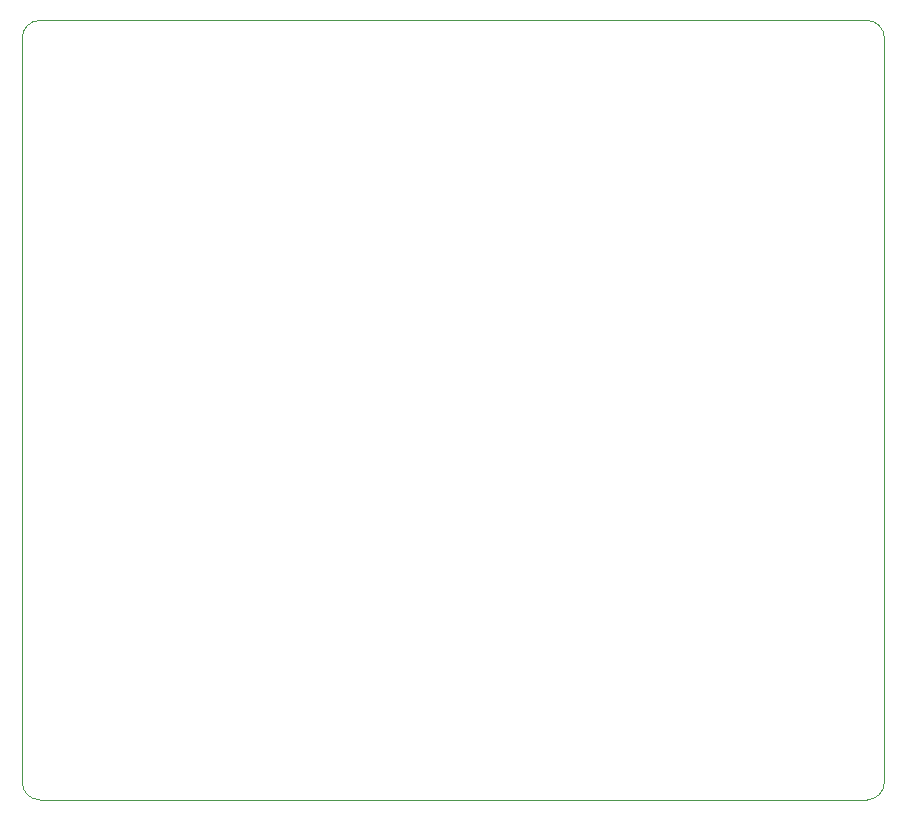
<source format=gbr>
%TF.GenerationSoftware,KiCad,Pcbnew,(6.0.7)*%
%TF.CreationDate,2023-03-31T20:18:19-04:00*%
%TF.ProjectId,mwap_circuit,6d776170-5f63-4697-9263-7569742e6b69,rev?*%
%TF.SameCoordinates,Original*%
%TF.FileFunction,Profile,NP*%
%FSLAX46Y46*%
G04 Gerber Fmt 4.6, Leading zero omitted, Abs format (unit mm)*
G04 Created by KiCad (PCBNEW (6.0.7)) date 2023-03-31 20:18:19*
%MOMM*%
%LPD*%
G01*
G04 APERTURE LIST*
%TA.AperFunction,Profile*%
%ADD10C,0.100000*%
%TD*%
G04 APERTURE END LIST*
D10*
X169625000Y-126500000D02*
G75*
G03*
X171125000Y-125000000I0J1500000D01*
G01*
X98125000Y-125000000D02*
G75*
G03*
X99625000Y-126500000I1500000J0D01*
G01*
X99625000Y-60500000D02*
G75*
G03*
X98125000Y-62000000I0J-1500000D01*
G01*
X171125000Y-62000000D02*
G75*
G03*
X169625000Y-60500000I-1500000J0D01*
G01*
X99625000Y-60500000D02*
X169625000Y-60500000D01*
X98125000Y-125000000D02*
X98125000Y-62000000D01*
X169625000Y-126500000D02*
X99625000Y-126500000D01*
X171125000Y-62000000D02*
X171125000Y-125000000D01*
M02*

</source>
